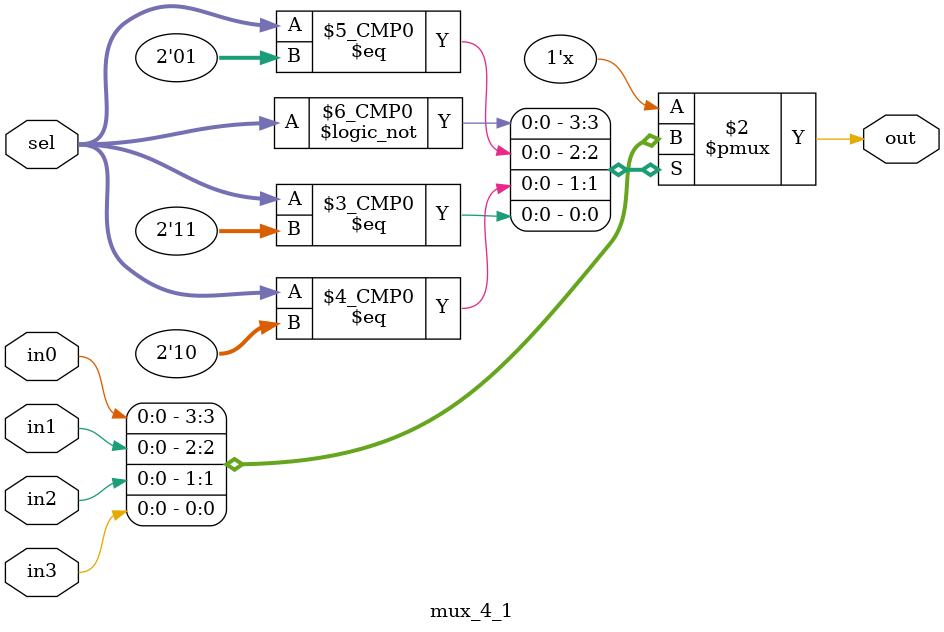
<source format=v>
`timescale 1ns/1ps

module mux_4_1(
    input [1:0] sel, // 2-bit select input
    input in0,       // 1-bit input 0
    input in1,       // 1-bit input 1
    input in2,       // 1-bit input 2
    input in3,       // 1-bit input 3
    output reg out  // 1-bit output
);

    // Always block to continuously evaluate the select inputs
    always @(*) begin
        case (sel)
            2'b00: out = in0; // If select is 00, output will be in0
            2'b01: out = in1; // If select is 01, output will be in1
            2'b10: out = in2; // If select is 10, output will be in2
            2'b11: out = in3; // If select is 11, output will be in3
        endcase
    end

endmodule

</source>
